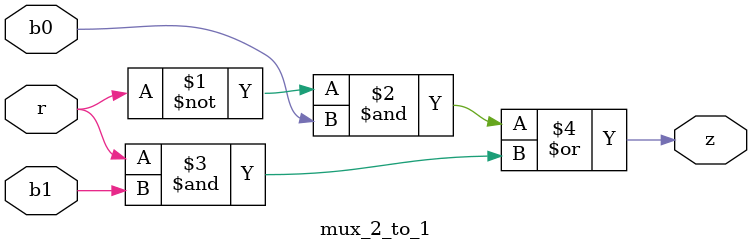
<source format=v>
module mux_2_to_1(b0,b1,r,z);
input b0,b1,r;
output z;
assign z=((~r)&b0)|(r&b1);
endmodule

</source>
